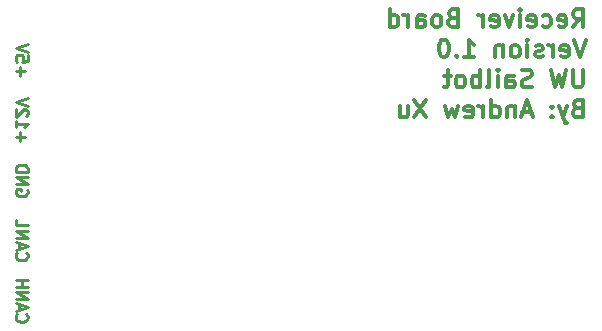
<source format=gbr>
G04 #@! TF.GenerationSoftware,KiCad,Pcbnew,(5.0.1)-4*
G04 #@! TF.CreationDate,2019-07-04T23:41:43-04:00*
G04 #@! TF.ProjectId,Receiver Board,526563656976657220426F6172642E6B,rev?*
G04 #@! TF.SameCoordinates,Original*
G04 #@! TF.FileFunction,Legend,Bot*
G04 #@! TF.FilePolarity,Positive*
%FSLAX46Y46*%
G04 Gerber Fmt 4.6, Leading zero omitted, Abs format (unit mm)*
G04 Created by KiCad (PCBNEW (5.0.1)-4) date 7/4/2019 11:41:43 PM*
%MOMM*%
%LPD*%
G01*
G04 APERTURE LIST*
%ADD10C,0.250000*%
%ADD11C,0.300000*%
G04 APERTURE END LIST*
D10*
X124801357Y-72540666D02*
X124753738Y-72588285D01*
X124706119Y-72731142D01*
X124706119Y-72826380D01*
X124753738Y-72969238D01*
X124848976Y-73064476D01*
X124944214Y-73112095D01*
X125134690Y-73159714D01*
X125277547Y-73159714D01*
X125468023Y-73112095D01*
X125563261Y-73064476D01*
X125658500Y-72969238D01*
X125706119Y-72826380D01*
X125706119Y-72731142D01*
X125658500Y-72588285D01*
X125610880Y-72540666D01*
X124991833Y-72159714D02*
X124991833Y-71683523D01*
X124706119Y-72254952D02*
X125706119Y-71921619D01*
X124706119Y-71588285D01*
X124706119Y-71254952D02*
X125706119Y-71254952D01*
X124706119Y-70683523D01*
X125706119Y-70683523D01*
X124706119Y-70207333D02*
X125706119Y-70207333D01*
X125229928Y-70207333D02*
X125229928Y-69635904D01*
X124706119Y-69635904D02*
X125706119Y-69635904D01*
X124801357Y-67341619D02*
X124753738Y-67389238D01*
X124706119Y-67532095D01*
X124706119Y-67627333D01*
X124753738Y-67770190D01*
X124848976Y-67865428D01*
X124944214Y-67913047D01*
X125134690Y-67960666D01*
X125277547Y-67960666D01*
X125468023Y-67913047D01*
X125563261Y-67865428D01*
X125658500Y-67770190D01*
X125706119Y-67627333D01*
X125706119Y-67532095D01*
X125658500Y-67389238D01*
X125610880Y-67341619D01*
X124991833Y-66960666D02*
X124991833Y-66484476D01*
X124706119Y-67055904D02*
X125706119Y-66722571D01*
X124706119Y-66389238D01*
X124706119Y-66055904D02*
X125706119Y-66055904D01*
X124706119Y-65484476D01*
X125706119Y-65484476D01*
X124706119Y-64532095D02*
X124706119Y-65008285D01*
X125706119Y-65008285D01*
X125658500Y-61975904D02*
X125706119Y-62071142D01*
X125706119Y-62214000D01*
X125658500Y-62356857D01*
X125563261Y-62452095D01*
X125468023Y-62499714D01*
X125277547Y-62547333D01*
X125134690Y-62547333D01*
X124944214Y-62499714D01*
X124848976Y-62452095D01*
X124753738Y-62356857D01*
X124706119Y-62214000D01*
X124706119Y-62118761D01*
X124753738Y-61975904D01*
X124801357Y-61928285D01*
X125134690Y-61928285D01*
X125134690Y-62118761D01*
X124706119Y-61499714D02*
X125706119Y-61499714D01*
X124706119Y-60928285D01*
X125706119Y-60928285D01*
X124706119Y-60452095D02*
X125706119Y-60452095D01*
X125706119Y-60214000D01*
X125658500Y-60071142D01*
X125563261Y-59975904D01*
X125468023Y-59928285D01*
X125277547Y-59880666D01*
X125134690Y-59880666D01*
X124944214Y-59928285D01*
X124848976Y-59975904D01*
X124753738Y-60071142D01*
X124706119Y-60214000D01*
X124706119Y-60452095D01*
X125087071Y-57895904D02*
X125087071Y-57134000D01*
X124706119Y-57514952D02*
X125468023Y-57514952D01*
X124706119Y-56134000D02*
X124706119Y-56705428D01*
X124706119Y-56419714D02*
X125706119Y-56419714D01*
X125563261Y-56514952D01*
X125468023Y-56610190D01*
X125420404Y-56705428D01*
X125610880Y-55753047D02*
X125658500Y-55705428D01*
X125706119Y-55610190D01*
X125706119Y-55372095D01*
X125658500Y-55276857D01*
X125610880Y-55229238D01*
X125515642Y-55181619D01*
X125420404Y-55181619D01*
X125277547Y-55229238D01*
X124706119Y-55800666D01*
X124706119Y-55181619D01*
X125706119Y-54895904D02*
X124706119Y-54562571D01*
X125706119Y-54229238D01*
X125087071Y-52339714D02*
X125087071Y-51577809D01*
X124706119Y-51958761D02*
X125468023Y-51958761D01*
X125706119Y-50625428D02*
X125706119Y-51101619D01*
X125229928Y-51149238D01*
X125277547Y-51101619D01*
X125325166Y-51006380D01*
X125325166Y-50768285D01*
X125277547Y-50673047D01*
X125229928Y-50625428D01*
X125134690Y-50577809D01*
X124896595Y-50577809D01*
X124801357Y-50625428D01*
X124753738Y-50673047D01*
X124706119Y-50768285D01*
X124706119Y-51006380D01*
X124753738Y-51101619D01*
X124801357Y-51149238D01*
X125706119Y-50292095D02*
X124706119Y-49958761D01*
X125706119Y-49625428D01*
D11*
X171882214Y-48225071D02*
X172382214Y-47510785D01*
X172739357Y-48225071D02*
X172739357Y-46725071D01*
X172167928Y-46725071D01*
X172025071Y-46796500D01*
X171953642Y-46867928D01*
X171882214Y-47010785D01*
X171882214Y-47225071D01*
X171953642Y-47367928D01*
X172025071Y-47439357D01*
X172167928Y-47510785D01*
X172739357Y-47510785D01*
X170667928Y-48153642D02*
X170810785Y-48225071D01*
X171096500Y-48225071D01*
X171239357Y-48153642D01*
X171310785Y-48010785D01*
X171310785Y-47439357D01*
X171239357Y-47296500D01*
X171096500Y-47225071D01*
X170810785Y-47225071D01*
X170667928Y-47296500D01*
X170596500Y-47439357D01*
X170596500Y-47582214D01*
X171310785Y-47725071D01*
X169310785Y-48153642D02*
X169453642Y-48225071D01*
X169739357Y-48225071D01*
X169882214Y-48153642D01*
X169953642Y-48082214D01*
X170025071Y-47939357D01*
X170025071Y-47510785D01*
X169953642Y-47367928D01*
X169882214Y-47296500D01*
X169739357Y-47225071D01*
X169453642Y-47225071D01*
X169310785Y-47296500D01*
X168096500Y-48153642D02*
X168239357Y-48225071D01*
X168525071Y-48225071D01*
X168667928Y-48153642D01*
X168739357Y-48010785D01*
X168739357Y-47439357D01*
X168667928Y-47296500D01*
X168525071Y-47225071D01*
X168239357Y-47225071D01*
X168096500Y-47296500D01*
X168025071Y-47439357D01*
X168025071Y-47582214D01*
X168739357Y-47725071D01*
X167382214Y-48225071D02*
X167382214Y-47225071D01*
X167382214Y-46725071D02*
X167453642Y-46796500D01*
X167382214Y-46867928D01*
X167310785Y-46796500D01*
X167382214Y-46725071D01*
X167382214Y-46867928D01*
X166810785Y-47225071D02*
X166453642Y-48225071D01*
X166096500Y-47225071D01*
X164953642Y-48153642D02*
X165096500Y-48225071D01*
X165382214Y-48225071D01*
X165525071Y-48153642D01*
X165596500Y-48010785D01*
X165596500Y-47439357D01*
X165525071Y-47296500D01*
X165382214Y-47225071D01*
X165096500Y-47225071D01*
X164953642Y-47296500D01*
X164882214Y-47439357D01*
X164882214Y-47582214D01*
X165596500Y-47725071D01*
X164239357Y-48225071D02*
X164239357Y-47225071D01*
X164239357Y-47510785D02*
X164167928Y-47367928D01*
X164096500Y-47296500D01*
X163953642Y-47225071D01*
X163810785Y-47225071D01*
X161667928Y-47439357D02*
X161453642Y-47510785D01*
X161382214Y-47582214D01*
X161310785Y-47725071D01*
X161310785Y-47939357D01*
X161382214Y-48082214D01*
X161453642Y-48153642D01*
X161596500Y-48225071D01*
X162167928Y-48225071D01*
X162167928Y-46725071D01*
X161667928Y-46725071D01*
X161525071Y-46796500D01*
X161453642Y-46867928D01*
X161382214Y-47010785D01*
X161382214Y-47153642D01*
X161453642Y-47296500D01*
X161525071Y-47367928D01*
X161667928Y-47439357D01*
X162167928Y-47439357D01*
X160453642Y-48225071D02*
X160596500Y-48153642D01*
X160667928Y-48082214D01*
X160739357Y-47939357D01*
X160739357Y-47510785D01*
X160667928Y-47367928D01*
X160596500Y-47296500D01*
X160453642Y-47225071D01*
X160239357Y-47225071D01*
X160096500Y-47296500D01*
X160025071Y-47367928D01*
X159953642Y-47510785D01*
X159953642Y-47939357D01*
X160025071Y-48082214D01*
X160096500Y-48153642D01*
X160239357Y-48225071D01*
X160453642Y-48225071D01*
X158667928Y-48225071D02*
X158667928Y-47439357D01*
X158739357Y-47296500D01*
X158882214Y-47225071D01*
X159167928Y-47225071D01*
X159310785Y-47296500D01*
X158667928Y-48153642D02*
X158810785Y-48225071D01*
X159167928Y-48225071D01*
X159310785Y-48153642D01*
X159382214Y-48010785D01*
X159382214Y-47867928D01*
X159310785Y-47725071D01*
X159167928Y-47653642D01*
X158810785Y-47653642D01*
X158667928Y-47582214D01*
X157953642Y-48225071D02*
X157953642Y-47225071D01*
X157953642Y-47510785D02*
X157882214Y-47367928D01*
X157810785Y-47296500D01*
X157667928Y-47225071D01*
X157525071Y-47225071D01*
X156382214Y-48225071D02*
X156382214Y-46725071D01*
X156382214Y-48153642D02*
X156525071Y-48225071D01*
X156810785Y-48225071D01*
X156953642Y-48153642D01*
X157025071Y-48082214D01*
X157096500Y-47939357D01*
X157096500Y-47510785D01*
X157025071Y-47367928D01*
X156953642Y-47296500D01*
X156810785Y-47225071D01*
X156525071Y-47225071D01*
X156382214Y-47296500D01*
X172953642Y-49275071D02*
X172453642Y-50775071D01*
X171953642Y-49275071D01*
X170882214Y-50703642D02*
X171025071Y-50775071D01*
X171310785Y-50775071D01*
X171453642Y-50703642D01*
X171525071Y-50560785D01*
X171525071Y-49989357D01*
X171453642Y-49846500D01*
X171310785Y-49775071D01*
X171025071Y-49775071D01*
X170882214Y-49846500D01*
X170810785Y-49989357D01*
X170810785Y-50132214D01*
X171525071Y-50275071D01*
X170167928Y-50775071D02*
X170167928Y-49775071D01*
X170167928Y-50060785D02*
X170096500Y-49917928D01*
X170025071Y-49846500D01*
X169882214Y-49775071D01*
X169739357Y-49775071D01*
X169310785Y-50703642D02*
X169167928Y-50775071D01*
X168882214Y-50775071D01*
X168739357Y-50703642D01*
X168667928Y-50560785D01*
X168667928Y-50489357D01*
X168739357Y-50346500D01*
X168882214Y-50275071D01*
X169096500Y-50275071D01*
X169239357Y-50203642D01*
X169310785Y-50060785D01*
X169310785Y-49989357D01*
X169239357Y-49846500D01*
X169096500Y-49775071D01*
X168882214Y-49775071D01*
X168739357Y-49846500D01*
X168025071Y-50775071D02*
X168025071Y-49775071D01*
X168025071Y-49275071D02*
X168096500Y-49346500D01*
X168025071Y-49417928D01*
X167953642Y-49346500D01*
X168025071Y-49275071D01*
X168025071Y-49417928D01*
X167096500Y-50775071D02*
X167239357Y-50703642D01*
X167310785Y-50632214D01*
X167382214Y-50489357D01*
X167382214Y-50060785D01*
X167310785Y-49917928D01*
X167239357Y-49846500D01*
X167096500Y-49775071D01*
X166882214Y-49775071D01*
X166739357Y-49846500D01*
X166667928Y-49917928D01*
X166596500Y-50060785D01*
X166596500Y-50489357D01*
X166667928Y-50632214D01*
X166739357Y-50703642D01*
X166882214Y-50775071D01*
X167096500Y-50775071D01*
X165953642Y-49775071D02*
X165953642Y-50775071D01*
X165953642Y-49917928D02*
X165882214Y-49846500D01*
X165739357Y-49775071D01*
X165525071Y-49775071D01*
X165382214Y-49846500D01*
X165310785Y-49989357D01*
X165310785Y-50775071D01*
X162667928Y-50775071D02*
X163525071Y-50775071D01*
X163096500Y-50775071D02*
X163096500Y-49275071D01*
X163239357Y-49489357D01*
X163382214Y-49632214D01*
X163525071Y-49703642D01*
X162025071Y-50632214D02*
X161953642Y-50703642D01*
X162025071Y-50775071D01*
X162096500Y-50703642D01*
X162025071Y-50632214D01*
X162025071Y-50775071D01*
X161025071Y-49275071D02*
X160882214Y-49275071D01*
X160739357Y-49346500D01*
X160667928Y-49417928D01*
X160596500Y-49560785D01*
X160525071Y-49846500D01*
X160525071Y-50203642D01*
X160596500Y-50489357D01*
X160667928Y-50632214D01*
X160739357Y-50703642D01*
X160882214Y-50775071D01*
X161025071Y-50775071D01*
X161167928Y-50703642D01*
X161239357Y-50632214D01*
X161310785Y-50489357D01*
X161382214Y-50203642D01*
X161382214Y-49846500D01*
X161310785Y-49560785D01*
X161239357Y-49417928D01*
X161167928Y-49346500D01*
X161025071Y-49275071D01*
X172739357Y-51825071D02*
X172739357Y-53039357D01*
X172667928Y-53182214D01*
X172596500Y-53253642D01*
X172453642Y-53325071D01*
X172167928Y-53325071D01*
X172025071Y-53253642D01*
X171953642Y-53182214D01*
X171882214Y-53039357D01*
X171882214Y-51825071D01*
X171310785Y-51825071D02*
X170953642Y-53325071D01*
X170667928Y-52253642D01*
X170382214Y-53325071D01*
X170025071Y-51825071D01*
X168382214Y-53253642D02*
X168167928Y-53325071D01*
X167810785Y-53325071D01*
X167667928Y-53253642D01*
X167596500Y-53182214D01*
X167525071Y-53039357D01*
X167525071Y-52896500D01*
X167596500Y-52753642D01*
X167667928Y-52682214D01*
X167810785Y-52610785D01*
X168096500Y-52539357D01*
X168239357Y-52467928D01*
X168310785Y-52396500D01*
X168382214Y-52253642D01*
X168382214Y-52110785D01*
X168310785Y-51967928D01*
X168239357Y-51896500D01*
X168096500Y-51825071D01*
X167739357Y-51825071D01*
X167525071Y-51896500D01*
X166239357Y-53325071D02*
X166239357Y-52539357D01*
X166310785Y-52396500D01*
X166453642Y-52325071D01*
X166739357Y-52325071D01*
X166882214Y-52396500D01*
X166239357Y-53253642D02*
X166382214Y-53325071D01*
X166739357Y-53325071D01*
X166882214Y-53253642D01*
X166953642Y-53110785D01*
X166953642Y-52967928D01*
X166882214Y-52825071D01*
X166739357Y-52753642D01*
X166382214Y-52753642D01*
X166239357Y-52682214D01*
X165525071Y-53325071D02*
X165525071Y-52325071D01*
X165525071Y-51825071D02*
X165596500Y-51896500D01*
X165525071Y-51967928D01*
X165453642Y-51896500D01*
X165525071Y-51825071D01*
X165525071Y-51967928D01*
X164596500Y-53325071D02*
X164739357Y-53253642D01*
X164810785Y-53110785D01*
X164810785Y-51825071D01*
X164025071Y-53325071D02*
X164025071Y-51825071D01*
X164025071Y-52396500D02*
X163882214Y-52325071D01*
X163596500Y-52325071D01*
X163453642Y-52396500D01*
X163382214Y-52467928D01*
X163310785Y-52610785D01*
X163310785Y-53039357D01*
X163382214Y-53182214D01*
X163453642Y-53253642D01*
X163596500Y-53325071D01*
X163882214Y-53325071D01*
X164025071Y-53253642D01*
X162453642Y-53325071D02*
X162596500Y-53253642D01*
X162667928Y-53182214D01*
X162739357Y-53039357D01*
X162739357Y-52610785D01*
X162667928Y-52467928D01*
X162596500Y-52396500D01*
X162453642Y-52325071D01*
X162239357Y-52325071D01*
X162096500Y-52396500D01*
X162025071Y-52467928D01*
X161953642Y-52610785D01*
X161953642Y-53039357D01*
X162025071Y-53182214D01*
X162096500Y-53253642D01*
X162239357Y-53325071D01*
X162453642Y-53325071D01*
X161525071Y-52325071D02*
X160953642Y-52325071D01*
X161310785Y-51825071D02*
X161310785Y-53110785D01*
X161239357Y-53253642D01*
X161096500Y-53325071D01*
X160953642Y-53325071D01*
X172239357Y-55089357D02*
X172025071Y-55160785D01*
X171953642Y-55232214D01*
X171882214Y-55375071D01*
X171882214Y-55589357D01*
X171953642Y-55732214D01*
X172025071Y-55803642D01*
X172167928Y-55875071D01*
X172739357Y-55875071D01*
X172739357Y-54375071D01*
X172239357Y-54375071D01*
X172096500Y-54446500D01*
X172025071Y-54517928D01*
X171953642Y-54660785D01*
X171953642Y-54803642D01*
X172025071Y-54946500D01*
X172096500Y-55017928D01*
X172239357Y-55089357D01*
X172739357Y-55089357D01*
X171382214Y-54875071D02*
X171025071Y-55875071D01*
X170667928Y-54875071D02*
X171025071Y-55875071D01*
X171167928Y-56232214D01*
X171239357Y-56303642D01*
X171382214Y-56375071D01*
X170096500Y-55732214D02*
X170025071Y-55803642D01*
X170096500Y-55875071D01*
X170167928Y-55803642D01*
X170096500Y-55732214D01*
X170096500Y-55875071D01*
X170096500Y-54946500D02*
X170025071Y-55017928D01*
X170096500Y-55089357D01*
X170167928Y-55017928D01*
X170096500Y-54946500D01*
X170096500Y-55089357D01*
X168310785Y-55446500D02*
X167596500Y-55446500D01*
X168453642Y-55875071D02*
X167953642Y-54375071D01*
X167453642Y-55875071D01*
X166953642Y-54875071D02*
X166953642Y-55875071D01*
X166953642Y-55017928D02*
X166882214Y-54946500D01*
X166739357Y-54875071D01*
X166525071Y-54875071D01*
X166382214Y-54946500D01*
X166310785Y-55089357D01*
X166310785Y-55875071D01*
X164953642Y-55875071D02*
X164953642Y-54375071D01*
X164953642Y-55803642D02*
X165096500Y-55875071D01*
X165382214Y-55875071D01*
X165525071Y-55803642D01*
X165596500Y-55732214D01*
X165667928Y-55589357D01*
X165667928Y-55160785D01*
X165596500Y-55017928D01*
X165525071Y-54946500D01*
X165382214Y-54875071D01*
X165096500Y-54875071D01*
X164953642Y-54946500D01*
X164239357Y-55875071D02*
X164239357Y-54875071D01*
X164239357Y-55160785D02*
X164167928Y-55017928D01*
X164096500Y-54946500D01*
X163953642Y-54875071D01*
X163810785Y-54875071D01*
X162739357Y-55803642D02*
X162882214Y-55875071D01*
X163167928Y-55875071D01*
X163310785Y-55803642D01*
X163382214Y-55660785D01*
X163382214Y-55089357D01*
X163310785Y-54946500D01*
X163167928Y-54875071D01*
X162882214Y-54875071D01*
X162739357Y-54946500D01*
X162667928Y-55089357D01*
X162667928Y-55232214D01*
X163382214Y-55375071D01*
X162167928Y-54875071D02*
X161882214Y-55875071D01*
X161596500Y-55160785D01*
X161310785Y-55875071D01*
X161025071Y-54875071D01*
X159453642Y-54375071D02*
X158453642Y-55875071D01*
X158453642Y-54375071D02*
X159453642Y-55875071D01*
X157239357Y-54875071D02*
X157239357Y-55875071D01*
X157882214Y-54875071D02*
X157882214Y-55660785D01*
X157810785Y-55803642D01*
X157667928Y-55875071D01*
X157453642Y-55875071D01*
X157310785Y-55803642D01*
X157239357Y-55732214D01*
M02*

</source>
